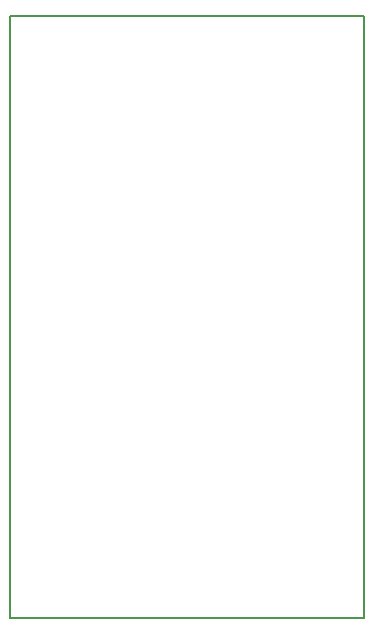
<source format=gm1>
%TF.GenerationSoftware,KiCad,Pcbnew,(5.1.6)-1*%
%TF.CreationDate,2020-07-09T15:12:26-03:00*%
%TF.ProjectId,driver-breakout-module,64726976-6572-42d6-9272-65616b6f7574,rev?*%
%TF.SameCoordinates,Original*%
%TF.FileFunction,Profile,NP*%
%FSLAX46Y46*%
G04 Gerber Fmt 4.6, Leading zero omitted, Abs format (unit mm)*
G04 Created by KiCad (PCBNEW (5.1.6)-1) date 2020-07-09 15:12:26*
%MOMM*%
%LPD*%
G01*
G04 APERTURE LIST*
%TA.AperFunction,Profile*%
%ADD10C,0.150000*%
%TD*%
G04 APERTURE END LIST*
D10*
X154000000Y-132000000D02*
X124000000Y-132000000D01*
X154000000Y-81000000D02*
X154000000Y-132000000D01*
X124000000Y-81000000D02*
X124000000Y-132000000D01*
X154000000Y-81000000D02*
X124000000Y-81000000D01*
M02*

</source>
